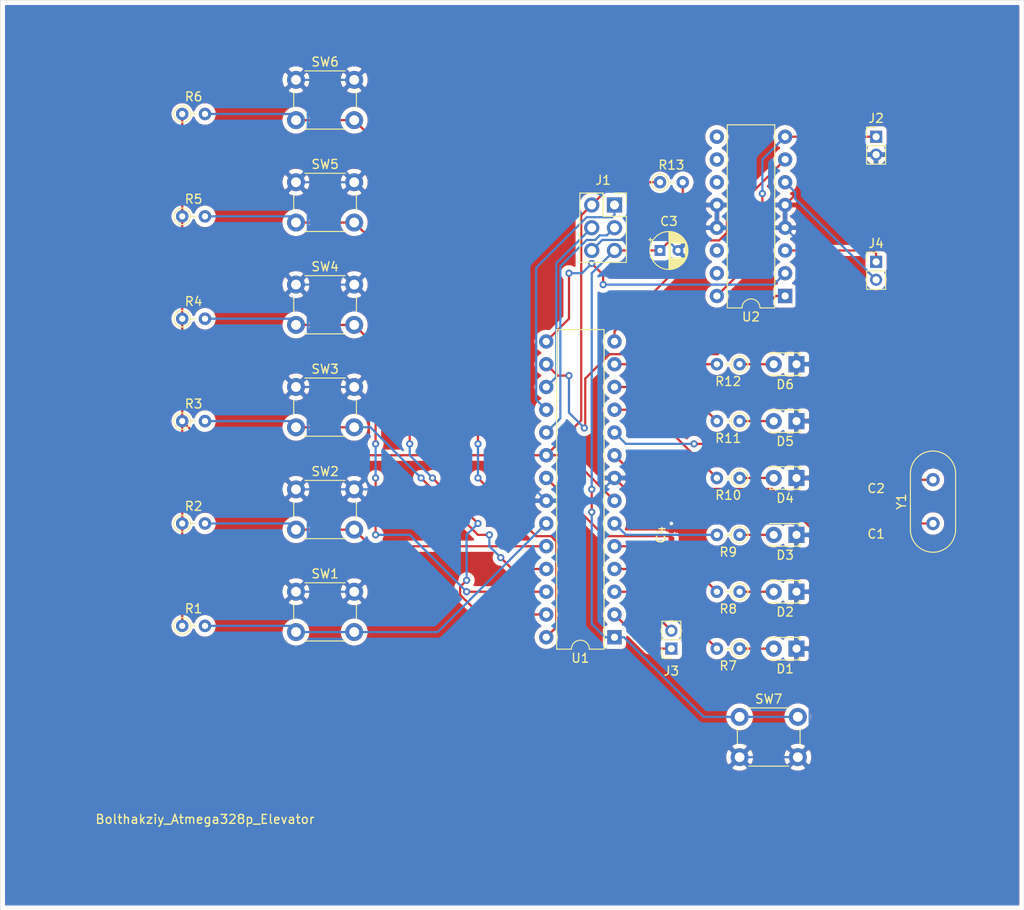
<source format=kicad_pcb>
(kicad_pcb (version 20171130) (host pcbnew 5.1.5+dfsg1-2build2)
  (layers (0 F.Cu signal) (31 B.Cu signal) (34 B.Paste user) (35 F.Paste user) (36 B.SilkS user) (37 F.SilkS user) (38 B.Mask user) (39 F.Mask user) (44 Edge.Cuts user))
  (net 0 "")
  (net 1 GND)
  (net 2 /XTAL1)
  (net 3 /XTAL2)
  (net 4 /\RESET)
  (net 5 "Net-(C4-Pad1)")
  (net 6 "Net-(D1-Pad2)")
  (net 7 "Net-(D2-Pad2)")
  (net 8 "Net-(D3-Pad2)")
  (net 9 "Net-(D4-Pad2)")
  (net 10 "Net-(D5-Pad2)")
  (net 11 "Net-(D6-Pad2)")
  (net 12 /MOSI)
  (net 13 /SCK)
  (net 14 +5V)
  (net 15 /MISO)
  (net 16 "Net-(J2-Pad1)")
  (net 17 /TX)
  (net 18 /RX)
  (net 19 /M_WIRE2)
  (net 20 /M_WIRE1)
  (net 21 Button1)
  (net 22 Button2)
  (net 23 Button3)
  (net 24 Button4)
  (net 25 Button5)
  (net 26 Button6)
  (net 27 "Net-(R7-Pad2)")
  (net 28 "Net-(R8-Pad2)")
  (net 29 "Net-(R9-Pad2)")
  (net 30 "Net-(R10-Pad2)")
  (net 31 "Net-(R11-Pad2)")
  (net 32 "Net-(R12-Pad2)")
  (net 33 /M_DIR2)
  (net 34 /M_SPEED)
  (net 35 /M_DIR1)
  (net 36 "Net-(U2-Pad15)")
  (net 37 "Net-(U2-Pad14)")
  (net 38 "Net-(U2-Pad11)")
  (net 39 "Net-(U2-Pad10)")
  (net 40 "Net-(U2-Pad9)")
  (module Connector_PinHeader_2.00mm:PinHeader_1x02_P2.00mm_Vertical (layer F.Cu) (at 186.69 80.01)
    (fp_text reference J4 (at 0 -2.06) (layer F.SilkS))
    (fp_text value "M_OUTPUT(Female)")
    (pad 2 thru_hole oval (at 0 2) (size 1.35 1.35) (drill 0.8) (layers *.Cu *.Mask) (net 19 /M_WIRE2))
    (pad 1 thru_hole rect (at 0 0) (size 1.35 1.35) (drill 0.8) (layers *.Cu *.Mask) (net 20 /M_WIRE1))
  )
  (module Connector_PinSocket_2.00mm:PinSocket_1x02_P2.00mm_Vertical (layer F.Cu) (at 163.83 123.19 180)
    (fp_text reference J3 (at 0 -2.5) (layer F.SilkS))
    (fp_text value "UART(Male)")
    (pad 2 thru_hole oval (at 0 2 180) (size 1.35 1.35) (drill 0.8) (layers *.Cu *.Mask) (net 17 /TX))
    (pad 1 thru_hole rect (at 0 0 180) (size 1.35 1.35) (drill 0.8) (layers *.Cu *.Mask) (net 18 /RX))
  )
  (module Connector_PinHeader_2.00mm:PinHeader_1x02_P2.00mm_Vertical (layer F.Cu) (at 186.69 66.04)
    (fp_text reference J2 (at 0 -2.06) (layer F.SilkS))
    (fp_text value "M_POWER(Female)")
    (pad 2 thru_hole oval (at 0 2) (size 1.35 1.35) (drill 0.8) (layers *.Cu *.Mask) (net 1 GND))
    (pad 1 thru_hole rect (at 0 0) (size 1.35 1.35) (drill 0.8) (layers *.Cu *.Mask) (net 16 "Net-(J2-Pad1)"))
  )
  (module Crystal:Crystal_HC49-U_Vertical (layer F.Cu) (at 193.04 109.22 90)
    (fp_text reference Y1 (at 2.44 -3.525 90) (layer F.SilkS))
    (fp_text value 16MHz)
    (pad 2 thru_hole circle (at 4.88 0 90) (size 1.5 1.5) (drill 0.8) (layers *.Cu *.Mask) (net 3 /XTAL2))
    (pad 1 thru_hole circle (at 0 0 90) (size 1.5 1.5) (drill 0.8) (layers *.Cu *.Mask) (net 2 /XTAL1))
  )
  (module Package_DIP:DIP-16_W7.62mm (layer F.Cu) (at 176.53 83.82 180)
    (fp_text reference U2 (at 3.81 -2.33) (layer F.SilkS))
    (fp_text value L293D)
    (pad 16 thru_hole oval (at 7.62 0 180) (size 1.6 1.6) (drill 0.8) (layers *.Cu *.Mask) (net 16 "Net-(J2-Pad1)"))
    (pad 8 thru_hole oval (at 0 17.78 180) (size 1.6 1.6) (drill 0.8) (layers *.Cu *.Mask) (net 16 "Net-(J2-Pad1)"))
    (pad 15 thru_hole oval (at 7.62 2.54 180) (size 1.6 1.6) (drill 0.8) (layers *.Cu *.Mask) (net 36 "Net-(U2-Pad15)"))
    (pad 7 thru_hole oval (at 0 15.24 180) (size 1.6 1.6) (drill 0.8) (layers *.Cu *.Mask) (net 33 /M_DIR2))
    (pad 14 thru_hole oval (at 7.62 5.08 180) (size 1.6 1.6) (drill 0.8) (layers *.Cu *.Mask) (net 37 "Net-(U2-Pad14)"))
    (pad 6 thru_hole oval (at 0 12.7 180) (size 1.6 1.6) (drill 0.8) (layers *.Cu *.Mask) (net 19 /M_WIRE2))
    (pad 13 thru_hole oval (at 7.62 7.62 180) (size 1.6 1.6) (drill 0.8) (layers *.Cu *.Mask) (net 1 GND))
    (pad 5 thru_hole oval (at 0 10.16 180) (size 1.6 1.6) (drill 0.8) (layers *.Cu *.Mask) (net 1 GND))
    (pad 12 thru_hole oval (at 7.62 10.16 180) (size 1.6 1.6) (drill 0.8) (layers *.Cu *.Mask) (net 1 GND))
    (pad 4 thru_hole oval (at 0 7.62 180) (size 1.6 1.6) (drill 0.8) (layers *.Cu *.Mask) (net 1 GND))
    (pad 11 thru_hole oval (at 7.62 12.7 180) (size 1.6 1.6) (drill 0.8) (layers *.Cu *.Mask) (net 38 "Net-(U2-Pad11)"))
    (pad 3 thru_hole oval (at 0 5.08 180) (size 1.6 1.6) (drill 0.8) (layers *.Cu *.Mask) (net 20 /M_WIRE1))
    (pad 10 thru_hole oval (at 7.62 15.24 180) (size 1.6 1.6) (drill 0.8) (layers *.Cu *.Mask) (net 39 "Net-(U2-Pad10)"))
    (pad 2 thru_hole oval (at 0 2.54 180) (size 1.6 1.6) (drill 0.8) (layers *.Cu *.Mask) (net 35 /M_DIR1))
    (pad 9 thru_hole oval (at 7.62 17.78 180) (size 1.6 1.6) (drill 0.8) (layers *.Cu *.Mask) (net 40 "Net-(U2-Pad9)"))
    (pad 1 thru_hole rect (at 0 0 180) (size 1.6 1.6) (drill 0.8) (layers *.Cu *.Mask) (net 34 /M_SPEED))
  )
  (module Package_DIP:DIP-28_W7.62mm (layer F.Cu) (at 157.48 121.92 180)
    (fp_text reference U1 (at 3.81 -2.33) (layer F.SilkS))
    (fp_text value ATmega328P-PU)
    (pad 28 thru_hole oval (at 7.62 0 180) (size 1.6 1.6) (drill 0.8) (layers *.Cu *.Mask) (net 26 Button6))
    (pad 14 thru_hole oval (at 0 33.02 180) (size 1.6 1.6) (drill 0.8) (layers *.Cu *.Mask) (net 33 /M_DIR2))
    (pad 27 thru_hole oval (at 7.62 2.54 180) (size 1.6 1.6) (drill 0.8) (layers *.Cu *.Mask) (net 25 Button5))
    (pad 13 thru_hole oval (at 0 30.48 180) (size 1.6 1.6) (drill 0.8) (layers *.Cu *.Mask) (net 32 "Net-(R12-Pad2)"))
    (pad 26 thru_hole oval (at 7.62 5.08 180) (size 1.6 1.6) (drill 0.8) (layers *.Cu *.Mask) (net 24 Button4))
    (pad 12 thru_hole oval (at 0 27.94 180) (size 1.6 1.6) (drill 0.8) (layers *.Cu *.Mask) (net 31 "Net-(R11-Pad2)"))
    (pad 25 thru_hole oval (at 7.62 7.62 180) (size 1.6 1.6) (drill 0.8) (layers *.Cu *.Mask) (net 23 Button3))
    (pad 11 thru_hole oval (at 0 25.4 180) (size 1.6 1.6) (drill 0.8) (layers *.Cu *.Mask) (net 30 "Net-(R10-Pad2)"))
    (pad 24 thru_hole oval (at 7.62 10.16 180) (size 1.6 1.6) (drill 0.8) (layers *.Cu *.Mask) (net 22 Button2))
    (pad 10 thru_hole oval (at 0 22.86 180) (size 1.6 1.6) (drill 0.8) (layers *.Cu *.Mask) (net 3 /XTAL2))
    (pad 23 thru_hole oval (at 7.62 12.7 180) (size 1.6 1.6) (drill 0.8) (layers *.Cu *.Mask) (net 21 Button1))
    (pad 9 thru_hole oval (at 0 20.32 180) (size 1.6 1.6) (drill 0.8) (layers *.Cu *.Mask) (net 2 /XTAL1))
    (pad 22 thru_hole oval (at 7.62 15.24 180) (size 1.6 1.6) (drill 0.8) (layers *.Cu *.Mask) (net 1 GND))
    (pad 8 thru_hole oval (at 0 17.78 180) (size 1.6 1.6) (drill 0.8) (layers *.Cu *.Mask) (net 1 GND))
    (pad 21 thru_hole oval (at 7.62 17.78 180) (size 1.6 1.6) (drill 0.8) (layers *.Cu *.Mask) (net 5 "Net-(C4-Pad1)"))
    (pad 7 thru_hole oval (at 0 15.24 180) (size 1.6 1.6) (drill 0.8) (layers *.Cu *.Mask) (net 14 +5V))
    (pad 20 thru_hole oval (at 7.62 20.32 180) (size 1.6 1.6) (drill 0.8) (layers *.Cu *.Mask) (net 14 +5V))
    (pad 6 thru_hole oval (at 0 12.7 180) (size 1.6 1.6) (drill 0.8) (layers *.Cu *.Mask) (net 29 "Net-(R9-Pad2)"))
    (pad 19 thru_hole oval (at 7.62 22.86 180) (size 1.6 1.6) (drill 0.8) (layers *.Cu *.Mask) (net 13 /SCK))
    (pad 5 thru_hole oval (at 0 10.16 180) (size 1.6 1.6) (drill 0.8) (layers *.Cu *.Mask) (net 28 "Net-(R8-Pad2)"))
    (pad 18 thru_hole oval (at 7.62 25.4 180) (size 1.6 1.6) (drill 0.8) (layers *.Cu *.Mask) (net 15 /MISO))
    (pad 4 thru_hole oval (at 0 7.62 180) (size 1.6 1.6) (drill 0.8) (layers *.Cu *.Mask) (net 27 "Net-(R7-Pad2)"))
    (pad 17 thru_hole oval (at 7.62 27.94 180) (size 1.6 1.6) (drill 0.8) (layers *.Cu *.Mask) (net 12 /MOSI))
    (pad 3 thru_hole oval (at 0 5.08 180) (size 1.6 1.6) (drill 0.8) (layers *.Cu *.Mask) (net 17 /TX))
    (pad 16 thru_hole oval (at 7.62 30.48 180) (size 1.6 1.6) (drill 0.8) (layers *.Cu *.Mask) (net 34 /M_SPEED))
    (pad 2 thru_hole oval (at 0 2.54 180) (size 1.6 1.6) (drill 0.8) (layers *.Cu *.Mask) (net 18 /RX))
    (pad 15 thru_hole oval (at 7.62 33.02 180) (size 1.6 1.6) (drill 0.8) (layers *.Cu *.Mask) (net 35 /M_DIR1))
    (pad 1 thru_hole rect (at 0 0 180) (size 1.6 1.6) (drill 0.8) (layers *.Cu *.Mask) (net 4 /\RESET))
  )
  (module Button_Switch_THT:SW_PUSH_6mm (layer F.Cu) (at 171.45 130.81)
    (fp_text reference SW7 (at 3.25 -2) (layer F.SilkS))
    (fp_text value BT_RESET)
    (pad 1 thru_hole circle (at 6.5 0 90) (size 2 2) (drill 1.1) (layers *.Cu *.Mask) (net 4 /\RESET))
    (pad 2 thru_hole circle (at 6.5 4.5 90) (size 2 2) (drill 1.1) (layers *.Cu *.Mask) (net 1 GND))
    (pad 1 thru_hole circle (at 0 0 90) (size 2 2) (drill 1.1) (layers *.Cu *.Mask) (net 4 /\RESET))
    (pad 2 thru_hole circle (at 0 4.5 90) (size 2 2) (drill 1.1) (layers *.Cu *.Mask) (net 1 GND))
  )
  (module Button_Switch_THT:SW_PUSH_6mm (layer F.Cu) (at 121.92 59.69)
    (fp_text reference SW6 (at 3.25 -2) (layer F.SilkS))
    (fp_text value BT6)
    (pad 1 thru_hole circle (at 6.5 0 90) (size 2 2) (drill 1.1) (layers *.Cu *.Mask) (net 1 GND))
    (pad 2 thru_hole circle (at 6.5 4.5 90) (size 2 2) (drill 1.1) (layers *.Cu *.Mask) (net 26 Button6))
    (pad 1 thru_hole circle (at 0 0 90) (size 2 2) (drill 1.1) (layers *.Cu *.Mask) (net 1 GND))
    (pad 2 thru_hole circle (at 0 4.5 90) (size 2 2) (drill 1.1) (layers *.Cu *.Mask) (net 26 Button6))
  )
  (module Button_Switch_THT:SW_PUSH_6mm (layer F.Cu) (at 121.92 71.12)
    (fp_text reference SW5 (at 3.25 -2) (layer F.SilkS))
    (fp_text value BT5)
    (pad 1 thru_hole circle (at 6.5 0 90) (size 2 2) (drill 1.1) (layers *.Cu *.Mask) (net 1 GND))
    (pad 2 thru_hole circle (at 6.5 4.5 90) (size 2 2) (drill 1.1) (layers *.Cu *.Mask) (net 25 Button5))
    (pad 1 thru_hole circle (at 0 0 90) (size 2 2) (drill 1.1) (layers *.Cu *.Mask) (net 1 GND))
    (pad 2 thru_hole circle (at 0 4.5 90) (size 2 2) (drill 1.1) (layers *.Cu *.Mask) (net 25 Button5))
  )
  (module Button_Switch_THT:SW_PUSH_6mm (layer F.Cu) (at 121.92 82.55)
    (fp_text reference SW4 (at 3.25 -2) (layer F.SilkS))
    (fp_text value BT4)
    (pad 1 thru_hole circle (at 6.5 0 90) (size 2 2) (drill 1.1) (layers *.Cu *.Mask) (net 1 GND))
    (pad 2 thru_hole circle (at 6.5 4.5 90) (size 2 2) (drill 1.1) (layers *.Cu *.Mask) (net 24 Button4))
    (pad 1 thru_hole circle (at 0 0 90) (size 2 2) (drill 1.1) (layers *.Cu *.Mask) (net 1 GND))
    (pad 2 thru_hole circle (at 0 4.5 90) (size 2 2) (drill 1.1) (layers *.Cu *.Mask) (net 24 Button4))
  )
  (module Button_Switch_THT:SW_PUSH_6mm (layer F.Cu) (at 121.92 93.98)
    (fp_text reference SW3 (at 3.25 -2) (layer F.SilkS))
    (fp_text value BT3)
    (pad 1 thru_hole circle (at 6.5 0 90) (size 2 2) (drill 1.1) (layers *.Cu *.Mask) (net 1 GND))
    (pad 2 thru_hole circle (at 6.5 4.5 90) (size 2 2) (drill 1.1) (layers *.Cu *.Mask) (net 23 Button3))
    (pad 1 thru_hole circle (at 0 0 90) (size 2 2) (drill 1.1) (layers *.Cu *.Mask) (net 1 GND))
    (pad 2 thru_hole circle (at 0 4.5 90) (size 2 2) (drill 1.1) (layers *.Cu *.Mask) (net 23 Button3))
  )
  (module Button_Switch_THT:SW_PUSH_6mm (layer F.Cu) (at 121.92 105.41)
    (fp_text reference SW2 (at 3.25 -2) (layer F.SilkS))
    (fp_text value BT2)
    (pad 1 thru_hole circle (at 6.5 0 90) (size 2 2) (drill 1.1) (layers *.Cu *.Mask) (net 1 GND))
    (pad 2 thru_hole circle (at 6.5 4.5 90) (size 2 2) (drill 1.1) (layers *.Cu *.Mask) (net 22 Button2))
    (pad 1 thru_hole circle (at 0 0 90) (size 2 2) (drill 1.1) (layers *.Cu *.Mask) (net 1 GND))
    (pad 2 thru_hole circle (at 0 4.5 90) (size 2 2) (drill 1.1) (layers *.Cu *.Mask) (net 22 Button2))
  )
  (module Button_Switch_THT:SW_PUSH_6mm (layer F.Cu) (at 121.92 116.84)
    (fp_text reference SW1 (at 3.25 -2) (layer F.SilkS))
    (fp_text value BT1)
    (pad 1 thru_hole circle (at 6.5 0 90) (size 2 2) (drill 1.1) (layers *.Cu *.Mask) (net 1 GND))
    (pad 2 thru_hole circle (at 6.5 4.5 90) (size 2 2) (drill 1.1) (layers *.Cu *.Mask) (net 21 Button1))
    (pad 1 thru_hole circle (at 0 0 90) (size 2 2) (drill 1.1) (layers *.Cu *.Mask) (net 1 GND))
    (pad 2 thru_hole circle (at 0 4.5 90) (size 2 2) (drill 1.1) (layers *.Cu *.Mask) (net 21 Button1))
  )
  (module Resistor_THT:R_Axial_DIN0204_L3.6mm_D1.6mm_P2.54mm_Vertical (layer F.Cu) (at 162.56 71.12)
    (fp_text reference R13 (at 1.27 -1.92) (layer F.SilkS))
    (fp_text value 10k)
    (pad 2 thru_hole oval (at 2.54 0) (size 1.4 1.4) (drill 0.7) (layers *.Cu *.Mask) (net 4 /\RESET))
    (pad 1 thru_hole circle (at 0 0) (size 1.4 1.4) (drill 0.7) (layers *.Cu *.Mask) (net 14 +5V))
  )
  (module Resistor_THT:R_Axial_DIN0204_L3.6mm_D1.6mm_P2.54mm_Vertical (layer F.Cu) (at 171.45 91.44 180)
    (fp_text reference R12 (at 1.27 -1.92) (layer F.SilkS))
    (fp_text value 330)
    (pad 2 thru_hole oval (at 2.54 0 180) (size 1.4 1.4) (drill 0.7) (layers *.Cu *.Mask) (net 32 "Net-(R12-Pad2)"))
    (pad 1 thru_hole circle (at 0 0 180) (size 1.4 1.4) (drill 0.7) (layers *.Cu *.Mask) (net 11 "Net-(D6-Pad2)"))
  )
  (module Resistor_THT:R_Axial_DIN0204_L3.6mm_D1.6mm_P2.54mm_Vertical (layer F.Cu) (at 171.45 97.79 180)
    (fp_text reference R11 (at 1.27 -1.92) (layer F.SilkS))
    (fp_text value 330)
    (pad 2 thru_hole oval (at 2.54 0 180) (size 1.4 1.4) (drill 0.7) (layers *.Cu *.Mask) (net 31 "Net-(R11-Pad2)"))
    (pad 1 thru_hole circle (at 0 0 180) (size 1.4 1.4) (drill 0.7) (layers *.Cu *.Mask) (net 10 "Net-(D5-Pad2)"))
  )
  (module Resistor_THT:R_Axial_DIN0204_L3.6mm_D1.6mm_P2.54mm_Vertical (layer F.Cu) (at 171.45 104.14 180)
    (fp_text reference R10 (at 1.27 -1.92) (layer F.SilkS))
    (fp_text value 330)
    (pad 2 thru_hole oval (at 2.54 0 180) (size 1.4 1.4) (drill 0.7) (layers *.Cu *.Mask) (net 30 "Net-(R10-Pad2)"))
    (pad 1 thru_hole circle (at 0 0 180) (size 1.4 1.4) (drill 0.7) (layers *.Cu *.Mask) (net 9 "Net-(D4-Pad2)"))
  )
  (module Resistor_THT:R_Axial_DIN0204_L3.6mm_D1.6mm_P2.54mm_Vertical (layer F.Cu) (at 171.45 110.49 180)
    (fp_text reference R9 (at 1.27 -1.92) (layer F.SilkS))
    (fp_text value 330)
    (pad 2 thru_hole oval (at 2.54 0 180) (size 1.4 1.4) (drill 0.7) (layers *.Cu *.Mask) (net 29 "Net-(R9-Pad2)"))
    (pad 1 thru_hole circle (at 0 0 180) (size 1.4 1.4) (drill 0.7) (layers *.Cu *.Mask) (net 8 "Net-(D3-Pad2)"))
  )
  (module Resistor_THT:R_Axial_DIN0204_L3.6mm_D1.6mm_P2.54mm_Vertical (layer F.Cu) (at 171.45 116.84 180)
    (fp_text reference R8 (at 1.27 -1.92) (layer F.SilkS))
    (fp_text value 330)
    (pad 2 thru_hole oval (at 2.54 0 180) (size 1.4 1.4) (drill 0.7) (layers *.Cu *.Mask) (net 28 "Net-(R8-Pad2)"))
    (pad 1 thru_hole circle (at 0 0 180) (size 1.4 1.4) (drill 0.7) (layers *.Cu *.Mask) (net 7 "Net-(D2-Pad2)"))
  )
  (module Resistor_THT:R_Axial_DIN0204_L3.6mm_D1.6mm_P2.54mm_Vertical (layer F.Cu) (at 171.45 123.19 180)
    (fp_text reference R7 (at 1.27 -1.92) (layer F.SilkS))
    (fp_text value 330)
    (pad 2 thru_hole oval (at 2.54 0 180) (size 1.4 1.4) (drill 0.7) (layers *.Cu *.Mask) (net 27 "Net-(R7-Pad2)"))
    (pad 1 thru_hole circle (at 0 0 180) (size 1.4 1.4) (drill 0.7) (layers *.Cu *.Mask) (net 6 "Net-(D1-Pad2)"))
  )
  (module Resistor_THT:R_Axial_DIN0204_L3.6mm_D1.6mm_P2.54mm_Vertical (layer F.Cu) (at 109.22 63.5)
    (fp_text reference R6 (at 1.27 -1.92) (layer F.SilkS))
    (fp_text value 10k)
    (pad 2 thru_hole oval (at 2.54 0) (size 1.4 1.4) (drill 0.7) (layers *.Cu *.Mask) (net 26 Button6))
    (pad 1 thru_hole circle (at 0 0) (size 1.4 1.4) (drill 0.7) (layers *.Cu *.Mask) (net 14 +5V))
  )
  (module Resistor_THT:R_Axial_DIN0204_L3.6mm_D1.6mm_P2.54mm_Vertical (layer F.Cu) (at 109.22 74.93)
    (fp_text reference R5 (at 1.27 -1.92) (layer F.SilkS))
    (fp_text value 10k)
    (pad 2 thru_hole oval (at 2.54 0) (size 1.4 1.4) (drill 0.7) (layers *.Cu *.Mask) (net 25 Button5))
    (pad 1 thru_hole circle (at 0 0) (size 1.4 1.4) (drill 0.7) (layers *.Cu *.Mask) (net 14 +5V))
  )
  (module Resistor_THT:R_Axial_DIN0204_L3.6mm_D1.6mm_P2.54mm_Vertical (layer F.Cu) (at 109.22 86.36)
    (fp_text reference R4 (at 1.27 -1.92) (layer F.SilkS))
    (fp_text value 10k)
    (pad 2 thru_hole oval (at 2.54 0) (size 1.4 1.4) (drill 0.7) (layers *.Cu *.Mask) (net 24 Button4))
    (pad 1 thru_hole circle (at 0 0) (size 1.4 1.4) (drill 0.7) (layers *.Cu *.Mask) (net 14 +5V))
  )
  (module Resistor_THT:R_Axial_DIN0204_L3.6mm_D1.6mm_P2.54mm_Vertical (layer F.Cu) (at 109.22 97.79)
    (fp_text reference R3 (at 1.27 -1.92) (layer F.SilkS))
    (fp_text value 10k)
    (pad 2 thru_hole oval (at 2.54 0) (size 1.4 1.4) (drill 0.7) (layers *.Cu *.Mask) (net 23 Button3))
    (pad 1 thru_hole circle (at 0 0) (size 1.4 1.4) (drill 0.7) (layers *.Cu *.Mask) (net 14 +5V))
  )
  (module Resistor_THT:R_Axial_DIN0204_L3.6mm_D1.6mm_P2.54mm_Vertical (layer F.Cu) (at 109.22 109.22)
    (fp_text reference R2 (at 1.27 -1.92) (layer F.SilkS))
    (fp_text value 10k)
    (pad 2 thru_hole oval (at 2.54 0) (size 1.4 1.4) (drill 0.7) (layers *.Cu *.Mask) (net 22 Button2))
    (pad 1 thru_hole circle (at 0 0) (size 1.4 1.4) (drill 0.7) (layers *.Cu *.Mask) (net 14 +5V))
  )
  (module Resistor_THT:R_Axial_DIN0204_L3.6mm_D1.6mm_P2.54mm_Vertical (layer F.Cu) (at 109.22 120.65)
    (fp_text reference R1 (at 1.27 -1.92) (layer F.SilkS))
    (fp_text value 10k)
    (pad 2 thru_hole oval (at 2.54 0) (size 1.4 1.4) (drill 0.7) (layers *.Cu *.Mask) (net 21 Button1))
    (pad 1 thru_hole circle (at 0 0) (size 1.4 1.4) (drill 0.7) (layers *.Cu *.Mask) (net 14 +5V))
  )
  (module Connector_PinSocket_2.54mm:PinSocket_2x03_P2.54mm_Vertical (layer F.Cu) (at 157.48 73.66)
    (fp_text reference J1 (at -1.27 -2.77) (layer F.SilkS))
    (fp_text value AVR-ISP-6)
    (pad 6 thru_hole oval (at -2.54 5.08) (size 1.7 1.7) (drill 1) (layers *.Cu *.Mask) (net 1 GND))
    (pad 5 thru_hole oval (at 0 5.08) (size 1.7 1.7) (drill 1) (layers *.Cu *.Mask) (net 4 /\RESET))
    (pad 4 thru_hole oval (at -2.54 2.54) (size 1.7 1.7) (drill 1) (layers *.Cu *.Mask) (net 12 /MOSI))
    (pad 3 thru_hole oval (at 0 2.54) (size 1.7 1.7) (drill 1) (layers *.Cu *.Mask) (net 13 /SCK))
    (pad 2 thru_hole oval (at -2.54 0) (size 1.7 1.7) (drill 1) (layers *.Cu *.Mask) (net 14 +5V))
    (pad 1 thru_hole rect (at 0 0) (size 1.7 1.7) (drill 1) (layers *.Cu *.Mask) (net 15 /MISO))
  )
  (module LED_THT:LED_D1.8mm_W3.3mm_H2.4mm (layer F.Cu) (at 177.8 91.44 180)
    (fp_text reference D6 (at 1.27 -2.26) (layer F.SilkS))
    (fp_text value LED6)
    (pad 2 thru_hole circle (at 2.54 0 180) (size 1.8 1.8) (drill 0.9) (layers *.Cu *.Mask) (net 11 "Net-(D6-Pad2)"))
    (pad 1 thru_hole rect (at 0 0 180) (size 1.8 1.8) (drill 0.9) (layers *.Cu *.Mask) (net 1 GND))
  )
  (module LED_THT:LED_D1.8mm_W3.3mm_H2.4mm (layer F.Cu) (at 177.8 97.79 180)
    (fp_text reference D5 (at 1.27 -2.26) (layer F.SilkS))
    (fp_text value LED5)
    (pad 2 thru_hole circle (at 2.54 0 180) (size 1.8 1.8) (drill 0.9) (layers *.Cu *.Mask) (net 10 "Net-(D5-Pad2)"))
    (pad 1 thru_hole rect (at 0 0 180) (size 1.8 1.8) (drill 0.9) (layers *.Cu *.Mask) (net 1 GND))
  )
  (module LED_THT:LED_D1.8mm_W3.3mm_H2.4mm (layer F.Cu) (at 177.8 104.14 180)
    (fp_text reference D4 (at 1.27 -2.26) (layer F.SilkS))
    (fp_text value LED4)
    (pad 2 thru_hole circle (at 2.54 0 180) (size 1.8 1.8) (drill 0.9) (layers *.Cu *.Mask) (net 9 "Net-(D4-Pad2)"))
    (pad 1 thru_hole rect (at 0 0 180) (size 1.8 1.8) (drill 0.9) (layers *.Cu *.Mask) (net 1 GND))
  )
  (module LED_THT:LED_D1.8mm_W3.3mm_H2.4mm (layer F.Cu) (at 177.8 110.49 180)
    (fp_text reference D3 (at 1.27 -2.26) (layer F.SilkS))
    (fp_text value LED3)
    (pad 2 thru_hole circle (at 2.54 0 180) (size 1.8 1.8) (drill 0.9) (layers *.Cu *.Mask) (net 8 "Net-(D3-Pad2)"))
    (pad 1 thru_hole rect (at 0 0 180) (size 1.8 1.8) (drill 0.9) (layers *.Cu *.Mask) (net 1 GND))
  )
  (module LED_THT:LED_D1.8mm_W3.3mm_H2.4mm (layer F.Cu) (at 177.8 116.84 180)
    (fp_text reference D2 (at 1.27 -2.26) (layer F.SilkS))
    (fp_text value LED2)
    (pad 2 thru_hole circle (at 2.54 0 180) (size 1.8 1.8) (drill 0.9) (layers *.Cu *.Mask) (net 7 "Net-(D2-Pad2)"))
    (pad 1 thru_hole rect (at 0 0 180) (size 1.8 1.8) (drill 0.9) (layers *.Cu *.Mask) (net 1 GND))
  )
  (module LED_THT:LED_D1.8mm_W3.3mm_H2.4mm (layer F.Cu) (at 177.8 123.19 180)
    (fp_text reference D1 (at 1.27 -2.26) (layer F.SilkS))
    (fp_text value LED1)
    (pad 2 thru_hole circle (at 2.54 0 180) (size 1.8 1.8) (drill 0.9) (layers *.Cu *.Mask) (net 6 "Net-(D1-Pad2)"))
    (pad 1 thru_hole rect (at 0 0 180) (size 1.8 1.8) (drill 0.9) (layers *.Cu *.Mask) (net 1 GND))
  )
  (module Capacitor_SMD:C_0402_1005Metric (layer F.Cu) (at 163.83 110.49 90)
    (fp_text reference C4 (at 0 -1.17 90) (layer F.SilkS))
    (fp_text value 0.1uF)
    (pad 2 smd roundrect (at 0.485 0 90) (size 0.59 0.64) (layers F.Cu F.Paste F.Mask) (net 1 GND))
    (pad 1 smd roundrect (at -0.485 0 90) (size 0.59 0.64) (layers F.Cu F.Paste F.Mask) (net 5 "Net-(C4-Pad1)"))
  )
  (module Capacitor_THT:CP_Radial_D4.0mm_P2.00mm (layer F.Cu) (at 162.56 78.74)
    (fp_text reference C3 (at 1 -3.25) (layer F.SilkS))
    (fp_text value 10uF)
    (pad 2 thru_hole circle (at 2 0) (size 1.2 1.2) (drill 0.6) (layers *.Cu *.Mask) (net 1 GND))
    (pad 1 thru_hole rect (at 0 0) (size 1.2 1.2) (drill 0.6) (layers *.Cu *.Mask) (net 4 /\RESET))
  )
  (module Capacitor_SMD:C_0402_1005Metric (layer F.Cu) (at 186.69 104.14 180)
    (fp_text reference C2 (at 0 -1.17) (layer F.SilkS))
    (fp_text value 22pF)
    (pad 2 smd roundrect (at 0.485 0 180) (size 0.59 0.64) (layers F.Cu F.Paste F.Mask) (net 1 GND))
    (pad 1 smd roundrect (at -0.485 0 180) (size 0.59 0.64) (layers F.Cu F.Paste F.Mask) (net 3 /XTAL2))
  )
  (module Capacitor_SMD:C_0402_1005Metric (layer F.Cu) (at 186.69 109.22 180)
    (fp_text reference C1 (at 0 -1.17) (layer F.SilkS))
    (fp_text value 22pF)
    (pad 2 smd roundrect (at 0.485 0 180) (size 0.59 0.64) (layers F.Cu F.Paste F.Mask) (net 1 GND))
    (pad 1 smd roundrect (at -0.485 0 180) (size 0.59 0.64) (layers F.Cu F.Paste F.Mask) (net 2 /XTAL1))
  )
  (gr_text Bolthakziy_Atmega328p_Elevator (at 111.76 142.24) (layer F.SilkS) (effects (font (size 1 1))))
  (gr_line (start 203.2 50.8) (end 88.9 50.8) (layer Edge.Cuts) (width 0.05))
  (gr_line (start 203.2 152.4) (end 203.2 50.8) (layer Edge.Cuts) (width 0.05))
  (gr_line (start 190.5 152.4) (end 203.2 152.4) (layer Edge.Cuts) (width 0.05))
  (gr_line (start 88.9 152.4) (end 190.5 152.4) (layer Edge.Cuts) (width 0.05))
  (gr_line (start 88.9 50.8) (end 88.9 152.4) (layer Edge.Cuts) (width 0.05))
  (segment (start 176.53 73.66) (end 176.53 76.2) (width 0.25) (layer B.Cu) (net 1))
  (segment (start 176.53 73.66) (end 168.91 73.66) (width 0.25) (layer B.Cu) (net 1))
  (segment (start 168.91 73.66) (end 168.91 76.2) (width 0.25) (layer B.Cu) (net 1))
  (segment (start 167.1 76.2) (end 164.56 78.74) (width 0.25) (layer B.Cu) (net 1))
  (segment (start 168.91 76.2) (end 167.1 76.2) (width 0.25) (layer B.Cu) (net 1))
  (segment (start 155.789999 77.890001) (end 154.94 78.74) (width 0.25) (layer B.Cu) (net 1))
  (segment (start 156.115001 77.564999) (end 155.789999 77.890001) (width 0.25) (layer B.Cu) (net 1))
  (segment (start 163.384999 77.564999) (end 156.115001 77.564999) (width 0.25) (layer B.Cu) (net 1))
  (segment (start 164.56 78.74) (end 163.384999 77.564999) (width 0.25) (layer B.Cu) (net 1))
  (segment (start 121.92 82.55) (end 128.42 82.55) (width 0.25) (layer B.Cu) (net 1))
  (segment (start 121.92 93.98) (end 128.42 93.98) (width 0.25) (layer B.Cu) (net 1))
  (segment (start 121.92 105.41) (end 128.42 105.41) (width 0.25) (layer B.Cu) (net 1))
  (segment (start 121.92 116.84) (end 128.42 116.84) (width 0.25) (layer B.Cu) (net 1))
  (segment (start 121.92 71.12) (end 128.42 71.12) (width 0.25) (layer B.Cu) (net 1))
  (segment (start 121.92 59.69) (end 128.42 59.69) (width 0.25) (layer B.Cu) (net 1))
  (segment (start 122.919999 70.120001) (end 121.92 71.12) (width 0.25) (layer B.Cu) (net 1))
  (segment (start 123.245001 69.794999) (end 122.919999 70.120001) (width 0.25) (layer B.Cu) (net 1))
  (segment (start 123.245001 61.015001) (end 123.245001 69.794999) (width 0.25) (layer B.Cu) (net 1))
  (segment (start 121.92 59.69) (end 123.245001 61.015001) (width 0.25) (layer B.Cu) (net 1))
  (segment (start 122.919999 81.550001) (end 121.92 82.55) (width 0.25) (layer B.Cu) (net 1))
  (segment (start 123.245001 81.224999) (end 122.919999 81.550001) (width 0.25) (layer B.Cu) (net 1))
  (segment (start 123.245001 72.445001) (end 123.245001 81.224999) (width 0.25) (layer B.Cu) (net 1))
  (segment (start 121.92 71.12) (end 123.245001 72.445001) (width 0.25) (layer B.Cu) (net 1))
  (segment (start 122.919999 92.980001) (end 121.92 93.98) (width 0.25) (layer B.Cu) (net 1))
  (segment (start 123.245001 92.654999) (end 122.919999 92.980001) (width 0.25) (layer B.Cu) (net 1))
  (segment (start 123.245001 83.875001) (end 123.245001 92.654999) (width 0.25) (layer B.Cu) (net 1))
  (segment (start 121.92 82.55) (end 123.245001 83.875001) (width 0.25) (layer B.Cu) (net 1))
  (segment (start 122.919999 104.410001) (end 121.92 105.41) (width 0.25) (layer B.Cu) (net 1))
  (segment (start 123.245001 104.084999) (end 122.919999 104.410001) (width 0.25) (layer B.Cu) (net 1))
  (segment (start 123.245001 95.305001) (end 123.245001 104.084999) (width 0.25) (layer B.Cu) (net 1))
  (segment (start 121.92 93.98) (end 123.245001 95.305001) (width 0.25) (layer B.Cu) (net 1))
  (segment (start 122.919999 115.840001) (end 121.92 116.84) (width 0.25) (layer B.Cu) (net 1))
  (segment (start 123.245001 115.514999) (end 122.919999 115.840001) (width 0.25) (layer B.Cu) (net 1))
  (segment (start 123.245001 106.735001) (end 123.245001 115.514999) (width 0.25) (layer B.Cu) (net 1))
  (segment (start 121.92 105.41) (end 123.245001 106.735001) (width 0.25) (layer B.Cu) (net 1))
  (segment (start 148.59 105.41) (end 149.86 106.68) (width 0.25) (layer B.Cu) (net 1))
  (segment (start 128.42 105.41) (end 148.59 105.41) (width 0.25) (layer B.Cu) (net 1))
  (segment (start 154.94 106.68) (end 157.48 104.14) (width 0.25) (layer B.Cu) (net 1))
  (segment (start 149.86 106.68) (end 154.94 106.68) (width 0.25) (layer B.Cu) (net 1))
  (segment (start 177.8 77.47) (end 176.53 76.2) (width 0.25) (layer B.Cu) (net 1))
  (segment (start 177.8 91.44) (end 177.8 77.47) (width 0.25) (layer B.Cu) (net 1))
  (segment (start 177.8 91.44) (end 177.8 97.79) (width 0.25) (layer B.Cu) (net 1))
  (segment (start 177.8 97.79) (end 177.8 104.14) (width 0.25) (layer B.Cu) (net 1))
  (segment (start 177.8 104.14) (end 177.8 110.49) (width 0.25) (layer B.Cu) (net 1))
  (segment (start 177.8 110.49) (end 177.8 116.84) (width 0.25) (layer B.Cu) (net 1))
  (segment (start 177.8 116.84) (end 177.8 123.19) (width 0.25) (layer B.Cu) (net 1))
  (segment (start 178.949999 134.310001) (end 177.95 135.31) (width 0.25) (layer B.Cu) (net 1))
  (segment (start 179.275001 133.984999) (end 178.949999 134.310001) (width 0.25) (layer B.Cu) (net 1))
  (segment (start 179.275001 123.515001) (end 179.275001 133.984999) (width 0.25) (layer B.Cu) (net 1))
  (segment (start 178.95 123.19) (end 179.275001 123.515001) (width 0.25) (layer B.Cu) (net 1))
  (segment (start 177.8 123.19) (end 178.95 123.19) (width 0.25) (layer B.Cu) (net 1))
  (segment (start 176.535787 135.31) (end 171.45 135.31) (width 0.25) (layer B.Cu) (net 1))
  (segment (start 177.95 135.31) (end 176.535787 135.31) (width 0.25) (layer B.Cu) (net 1))
  (segment (start 163.345 110.005) (end 163.83 110.005) (width 0.25) (layer F.Cu) (net 1))
  (segment (start 157.48 104.14) (end 163.345 110.005) (width 0.25) (layer F.Cu) (net 1))
  (segment (start 177.8 109.34) (end 177.68 109.22) (width 0.25) (layer B.Cu) (net 1))
  (segment (start 177.8 110.49) (end 177.8 109.34) (width 0.25) (layer B.Cu) (net 1))
  (via (at 163.83 109.22) (size 0.8) (drill 0.4) (layers F.Cu B.Cu) (net 1))
  (segment (start 177.68 109.22) (end 163.83 109.22) (width 0.25) (layer B.Cu) (net 1))
  (segment (start 163.83 109.22) (end 163.83 110.005) (width 0.25) (layer F.Cu) (net 1))
  (segment (start 186.205 104.14) (end 186.205 109.22) (width 0.25) (layer F.Cu) (net 1))
  (segment (start 186.205 104.14) (end 177.8 104.14) (width 0.25) (layer F.Cu) (net 1))
  (segment (start 182.15 68.04) (end 176.53 73.66) (width 0.25) (layer F.Cu) (net 1))
  (segment (start 186.69 68.04) (end 182.15 68.04) (width 0.25) (layer F.Cu) (net 1))
  (segment (start 193.04 109.22) (end 187.175 109.22) (width 0.25) (layer F.Cu) (net 2))
  (segment (start 158.279999 102.399999) (end 157.48 101.6) (width 0.25) (layer F.Cu) (net 2))
  (segment (start 161.245001 105.365001) (end 158.279999 102.399999) (width 0.25) (layer F.Cu) (net 2))
  (segment (start 175.060003 105.365001) (end 161.245001 105.365001) (width 0.25) (layer F.Cu) (net 2))
  (segment (start 179.560012 109.86501) (end 175.060003 105.365001) (width 0.25) (layer F.Cu) (net 2))
  (segment (start 186.84999 109.86501) (end 179.560012 109.86501) (width 0.25) (layer F.Cu) (net 2))
  (segment (start 187.175 109.54) (end 186.84999 109.86501) (width 0.25) (layer F.Cu) (net 2))
  (segment (start 187.175 109.22) (end 187.175 109.54) (width 0.25) (layer F.Cu) (net 2))
  (via (at 166.37 100.33) (size 0.8) (drill 0.4) (layers F.Cu B.Cu) (net 3))
  (segment (start 183.685 100.33) (end 166.37 100.33) (width 0.25) (layer F.Cu) (net 3))
  (segment (start 158.75 100.33) (end 157.48 99.06) (width 0.25) (layer B.Cu) (net 3))
  (segment (start 166.37 100.33) (end 158.75 100.33) (width 0.25) (layer B.Cu) (net 3))
  (segment (start 187.375 104.34) (end 187.175 104.14) (width 0.25) (layer F.Cu) (net 3))
  (segment (start 193.04 104.34) (end 187.375 104.34) (width 0.25) (layer F.Cu) (net 3))
  (segment (start 187.175 103.82) (end 183.685 100.33) (width 0.25) (layer F.Cu) (net 3))
  (segment (start 187.175 104.14) (end 187.175 103.82) (width 0.25) (layer F.Cu) (net 3))
  (segment (start 165.1 76.2) (end 162.56 78.74) (width 0.25) (layer F.Cu) (net 4))
  (segment (start 165.1 71.12) (end 165.1 76.2) (width 0.25) (layer F.Cu) (net 4))
  (segment (start 162.56 78.74) (end 157.48 78.74) (width 0.25) (layer F.Cu) (net 4))
  (segment (start 170.035787 130.81) (end 171.45 130.81) (width 0.25) (layer B.Cu) (net 4))
  (segment (start 167.42 130.81) (end 170.035787 130.81) (width 0.25) (layer B.Cu) (net 4))
  (segment (start 158.53 121.92) (end 167.42 130.81) (width 0.25) (layer B.Cu) (net 4))
  (segment (start 157.48 121.92) (end 158.53 121.92) (width 0.25) (layer B.Cu) (net 4))
  (segment (start 171.45 130.81) (end 177.95 130.81) (width 0.25) (layer B.Cu) (net 4))
  (via (at 154.94 107.95) (size 0.8) (drill 0.4) (layers F.Cu B.Cu) (net 4))
  (segment (start 154.94 120.43) (end 154.94 107.95) (width 0.25) (layer B.Cu) (net 4))
  (segment (start 156.43 121.92) (end 154.94 120.43) (width 0.25) (layer B.Cu) (net 4))
  (segment (start 157.48 121.92) (end 156.43 121.92) (width 0.25) (layer B.Cu) (net 4))
  (via (at 154.94 105.41) (size 0.8) (drill 0.4) (layers F.Cu B.Cu) (net 4))
  (segment (start 154.94 107.95) (end 154.94 105.41) (width 0.25) (layer F.Cu) (net 4))
  (segment (start 154.94 81.28) (end 157.48 78.74) (width 0.25) (layer B.Cu) (net 4))
  (segment (start 154.94 105.41) (end 154.94 81.28) (width 0.25) (layer B.Cu) (net 4))
  (segment (start 163.83 110.68) (end 163.83 110.975) (width 0.25) (layer F.Cu) (net 5))
  (segment (start 163.784999 110.634999) (end 163.83 110.68) (width 0.25) (layer F.Cu) (net 5))
  (segment (start 156.354999 110.634999) (end 163.784999 110.634999) (width 0.25) (layer F.Cu) (net 5))
  (segment (start 149.86 104.14) (end 156.354999 110.634999) (width 0.25) (layer F.Cu) (net 5))
  (segment (start 171.45 123.19) (end 175.26 123.19) (width 0.25) (layer F.Cu) (net 6))
  (segment (start 171.45 116.84) (end 175.26 116.84) (width 0.25) (layer F.Cu) (net 7))
  (segment (start 171.45 110.49) (end 175.26 110.49) (width 0.25) (layer F.Cu) (net 8))
  (segment (start 171.45 104.14) (end 175.26 104.14) (width 0.25) (layer F.Cu) (net 9))
  (segment (start 171.45 97.79) (end 175.26 97.79) (width 0.25) (layer F.Cu) (net 10))
  (segment (start 171.45 91.44) (end 175.26 91.44) (width 0.25) (layer F.Cu) (net 11))
  (segment (start 150.659999 93.180001) (end 149.86 93.98) (width 0.25) (layer B.Cu) (net 12))
  (segment (start 150.985001 92.854999) (end 150.659999 93.180001) (width 0.25) (layer B.Cu) (net 12))
  (segment (start 150.985001 80.154999) (end 150.985001 92.854999) (width 0.25) (layer B.Cu) (net 12))
  (segment (start 154.94 76.2) (end 150.985001 80.154999) (width 0.25) (layer B.Cu) (net 12))
  (segment (start 150.659999 98.260001) (end 149.86 99.06) (width 0.25) (layer B.Cu) (net 13))
  (segment (start 151.435011 80.505987) (end 151.435011 97.484989) (width 0.25) (layer B.Cu) (net 13))
  (segment (start 154.375999 77.564999) (end 151.435011 80.505987) (width 0.25) (layer B.Cu) (net 13))
  (segment (start 155.314003 77.564999) (end 154.375999 77.564999) (width 0.25) (layer B.Cu) (net 13))
  (segment (start 155.829003 77.049999) (end 155.314003 77.564999) (width 0.25) (layer B.Cu) (net 13))
  (segment (start 151.435011 97.484989) (end 150.659999 98.260001) (width 0.25) (layer B.Cu) (net 13))
  (segment (start 156.630001 77.049999) (end 155.829003 77.049999) (width 0.25) (layer B.Cu) (net 13))
  (segment (start 157.48 76.2) (end 156.630001 77.049999) (width 0.25) (layer B.Cu) (net 13))
  (segment (start 157.48 71.12) (end 154.94 73.66) (width 0.25) (layer F.Cu) (net 14))
  (segment (start 162.56 71.12) (end 157.48 71.12) (width 0.25) (layer F.Cu) (net 14))
  (segment (start 152.4 101.6) (end 157.48 106.68) (width 0.25) (layer F.Cu) (net 14))
  (segment (start 149.86 101.6) (end 152.4 101.6) (width 0.25) (layer F.Cu) (net 14))
  (segment (start 150.659999 100.800001) (end 149.86 101.6) (width 0.25) (layer F.Cu) (net 14))
  (segment (start 153.764999 97.695001) (end 150.659999 100.800001) (width 0.25) (layer F.Cu) (net 14))
  (segment (start 153.764999 74.835001) (end 153.764999 97.695001) (width 0.25) (layer F.Cu) (net 14))
  (segment (start 154.94 73.66) (end 153.764999 74.835001) (width 0.25) (layer F.Cu) (net 14))
  (segment (start 113.03 101.6) (end 109.22 97.79) (width 0.25) (layer F.Cu) (net 14))
  (segment (start 149.86 101.6) (end 113.03 101.6) (width 0.25) (layer F.Cu) (net 14))
  (segment (start 109.22 109.22) (end 109.22 97.79) (width 0.25) (layer F.Cu) (net 14))
  (segment (start 109.22 109.22) (end 109.22 120.65) (width 0.25) (layer F.Cu) (net 14))
  (segment (start 109.22 86.36) (end 109.22 97.79) (width 0.25) (layer F.Cu) (net 14))
  (segment (start 109.22 74.93) (end 109.22 86.36) (width 0.25) (layer F.Cu) (net 14))
  (segment (start 109.22 63.5) (end 109.22 74.93) (width 0.25) (layer F.Cu) (net 14))
  (segment (start 149.060001 95.720001) (end 149.86 96.52) (width 0.25) (layer B.Cu) (net 15))
  (segment (start 148.734999 95.394999) (end 149.060001 95.720001) (width 0.25) (layer B.Cu) (net 15))
  (segment (start 148.734999 80.665999) (end 148.734999 95.394999) (width 0.25) (layer B.Cu) (net 15))
  (segment (start 154.375999 75.024999) (end 148.734999 80.665999) (width 0.25) (layer B.Cu) (net 15))
  (segment (start 157.215001 75.024999) (end 154.375999 75.024999) (width 0.25) (layer B.Cu) (net 15))
  (segment (start 157.48 74.76) (end 157.215001 75.024999) (width 0.25) (layer B.Cu) (net 15))
  (segment (start 157.48 73.66) (end 157.48 74.76) (width 0.25) (layer B.Cu) (net 15))
  (via (at 173.99 72.39) (size 0.8) (drill 0.4) (layers F.Cu B.Cu) (net 16))
  (segment (start 173.99 78.74) (end 173.99 72.39) (width 0.25) (layer F.Cu) (net 16))
  (segment (start 168.91 83.82) (end 173.99 78.74) (width 0.25) (layer F.Cu) (net 16))
  (segment (start 173.99 68.58) (end 176.53 66.04) (width 0.25) (layer B.Cu) (net 16))
  (segment (start 173.99 72.39) (end 173.99 68.58) (width 0.25) (layer B.Cu) (net 16))
  (segment (start 176.53 66.04) (end 186.69 66.04) (width 0.25) (layer F.Cu) (net 16))
  (segment (start 159.48 116.84) (end 163.83 121.19) (width 0.25) (layer F.Cu) (net 17))
  (segment (start 157.48 116.84) (end 159.48 116.84) (width 0.25) (layer F.Cu) (net 17))
  (segment (start 161.29 123.19) (end 163.83 123.19) (width 0.25) (layer F.Cu) (net 18))
  (segment (start 157.48 119.38) (end 161.29 123.19) (width 0.25) (layer F.Cu) (net 18))
  (segment (start 186.015001 81.335001) (end 186.69 82.01) (width 0.25) (layer B.Cu) (net 19))
  (segment (start 177.655001 72.975001) (end 186.015001 81.335001) (width 0.25) (layer B.Cu) (net 19))
  (segment (start 177.655001 72.245001) (end 177.655001 72.975001) (width 0.25) (layer B.Cu) (net 19))
  (segment (start 176.53 71.12) (end 177.655001 72.245001) (width 0.25) (layer B.Cu) (net 19))
  (segment (start 186.69 79.085) (end 186.69 80.01) (width 0.25) (layer F.Cu) (net 20))
  (segment (start 186.345 78.74) (end 186.69 79.085) (width 0.25) (layer F.Cu) (net 20))
  (segment (start 176.53 78.74) (end 186.345 78.74) (width 0.25) (layer F.Cu) (net 20))
  (segment (start 121.23 120.65) (end 121.92 121.34) (width 0.25) (layer B.Cu) (net 21))
  (segment (start 111.76 120.65) (end 121.23 120.65) (width 0.25) (layer B.Cu) (net 21))
  (segment (start 121.92 121.34) (end 128.42 121.34) (width 0.25) (layer B.Cu) (net 21))
  (segment (start 137.74 121.34) (end 149.86 109.22) (width 0.25) (layer B.Cu) (net 21))
  (segment (start 128.42 121.34) (end 137.74 121.34) (width 0.25) (layer B.Cu) (net 21))
  (segment (start 121.92 109.91) (end 128.42 109.91) (width 0.25) (layer F.Cu) (net 22))
  (segment (start 121.23 109.22) (end 121.92 109.91) (width 0.25) (layer B.Cu) (net 22))
  (segment (start 111.76 109.22) (end 121.23 109.22) (width 0.25) (layer B.Cu) (net 22))
  (segment (start 130.27 111.76) (end 149.86 111.76) (width 0.25) (layer F.Cu) (net 22))
  (segment (start 128.42 109.91) (end 130.27 111.76) (width 0.25) (layer F.Cu) (net 22))
  (segment (start 121.23 97.79) (end 121.92 98.48) (width 0.25) (layer B.Cu) (net 23))
  (segment (start 111.76 97.79) (end 121.23 97.79) (width 0.25) (layer B.Cu) (net 23))
  (segment (start 121.92 98.48) (end 128.42 98.48) (width 0.25) (layer F.Cu) (net 23))
  (via (at 135.89 104.14) (size 0.8) (drill 0.4) (layers F.Cu B.Cu) (net 23))
  (segment (start 130.23 98.48) (end 135.89 104.14) (width 0.25) (layer B.Cu) (net 23))
  (segment (start 128.42 98.48) (end 130.23 98.48) (width 0.25) (layer B.Cu) (net 23))
  (segment (start 142.24 110.49) (end 143.51 110.49) (width 0.25) (layer F.Cu) (net 23))
  (via (at 143.51 110.49) (size 0.8) (drill 0.4) (layers F.Cu B.Cu) (net 23))
  (segment (start 135.89 104.14) (end 142.24 110.49) (width 0.25) (layer F.Cu) (net 23))
  (via (at 144.78 113.03) (size 0.8) (drill 0.4) (layers F.Cu B.Cu) (net 23))
  (segment (start 143.51 111.76) (end 144.78 113.03) (width 0.25) (layer B.Cu) (net 23))
  (segment (start 143.51 110.49) (end 143.51 111.76) (width 0.25) (layer B.Cu) (net 23))
  (segment (start 146.05 114.3) (end 149.86 114.3) (width 0.25) (layer F.Cu) (net 23))
  (segment (start 144.78 113.03) (end 146.05 114.3) (width 0.25) (layer F.Cu) (net 23))
  (segment (start 121.23 86.36) (end 121.92 87.05) (width 0.25) (layer B.Cu) (net 24))
  (segment (start 111.76 86.36) (end 121.23 86.36) (width 0.25) (layer B.Cu) (net 24))
  (segment (start 121.92 87.05) (end 128.42 87.05) (width 0.25) (layer F.Cu) (net 24))
  (via (at 130.81 100.33) (size 0.8) (drill 0.4) (layers F.Cu B.Cu) (net 24))
  (segment (start 130.81 89.44) (end 130.81 100.33) (width 0.25) (layer F.Cu) (net 24))
  (segment (start 128.42 87.05) (end 130.81 89.44) (width 0.25) (layer F.Cu) (net 24))
  (via (at 130.81 104.14) (size 0.8) (drill 0.4) (layers F.Cu B.Cu) (net 24))
  (segment (start 130.81 100.33) (end 130.81 104.14) (width 0.25) (layer B.Cu) (net 24))
  (via (at 130.81 110.49) (size 0.8) (drill 0.4) (layers F.Cu B.Cu) (net 24))
  (segment (start 130.81 104.14) (end 130.81 110.49) (width 0.25) (layer F.Cu) (net 24))
  (via (at 140.97 116.84) (size 0.8) (drill 0.4) (layers F.Cu B.Cu) (net 24))
  (segment (start 134.62 110.49) (end 140.97 116.84) (width 0.25) (layer B.Cu) (net 24))
  (segment (start 130.81 110.49) (end 134.62 110.49) (width 0.25) (layer B.Cu) (net 24))
  (segment (start 140.97 116.84) (end 149.86 116.84) (width 0.25) (layer F.Cu) (net 24))
  (segment (start 121.23 74.93) (end 121.92 75.62) (width 0.25) (layer B.Cu) (net 25))
  (segment (start 111.76 74.93) (end 121.23 74.93) (width 0.25) (layer B.Cu) (net 25))
  (segment (start 121.92 75.62) (end 128.42 75.62) (width 0.25) (layer F.Cu) (net 25))
  (via (at 134.62 100.33) (size 0.8) (drill 0.4) (layers F.Cu B.Cu) (net 25))
  (segment (start 134.62 81.82) (end 134.62 100.33) (width 0.25) (layer F.Cu) (net 25))
  (segment (start 128.42 75.62) (end 134.62 81.82) (width 0.25) (layer F.Cu) (net 25))
  (via (at 137.16 104.14) (size 0.8) (drill 0.4) (layers F.Cu B.Cu) (net 25))
  (segment (start 134.62 101.6) (end 137.16 104.14) (width 0.25) (layer B.Cu) (net 25))
  (segment (start 134.62 100.33) (end 134.62 101.6) (width 0.25) (layer B.Cu) (net 25))
  (via (at 142.24 109.22) (size 0.8) (drill 0.4) (layers F.Cu B.Cu) (net 25))
  (segment (start 137.16 104.14) (end 142.24 109.22) (width 0.25) (layer F.Cu) (net 25))
  (via (at 140.97 115.57) (size 0.8) (drill 0.4) (layers F.Cu B.Cu) (net 25))
  (segment (start 140.97 110.49) (end 140.97 115.57) (width 0.25) (layer B.Cu) (net 25))
  (segment (start 142.24 109.22) (end 140.97 110.49) (width 0.25) (layer B.Cu) (net 25))
  (segment (start 142.436998 119.38) (end 148.72863 119.38) (width 0.25) (layer F.Cu) (net 25))
  (segment (start 140.244999 117.188001) (end 142.436998 119.38) (width 0.25) (layer F.Cu) (net 25))
  (segment (start 140.244999 116.295001) (end 140.244999 117.188001) (width 0.25) (layer F.Cu) (net 25))
  (segment (start 148.72863 119.38) (end 149.86 119.38) (width 0.25) (layer F.Cu) (net 25))
  (segment (start 140.97 115.57) (end 140.244999 116.295001) (width 0.25) (layer F.Cu) (net 25))
  (segment (start 121.23 63.5) (end 121.92 64.19) (width 0.25) (layer B.Cu) (net 26))
  (segment (start 111.76 63.5) (end 121.23 63.5) (width 0.25) (layer B.Cu) (net 26))
  (segment (start 121.92 64.19) (end 128.42 64.19) (width 0.25) (layer F.Cu) (net 26))
  (via (at 142.24 100.33) (size 0.8) (drill 0.4) (layers F.Cu B.Cu) (net 26))
  (segment (start 142.24 78.01) (end 142.24 100.33) (width 0.25) (layer F.Cu) (net 26))
  (segment (start 128.42 64.19) (end 142.24 78.01) (width 0.25) (layer F.Cu) (net 26))
  (via (at 142.24 104.14) (size 0.8) (drill 0.4) (layers F.Cu B.Cu) (net 26))
  (segment (start 142.24 100.33) (end 142.24 104.14) (width 0.25) (layer B.Cu) (net 26))
  (segment (start 150.659999 121.120001) (end 149.86 121.92) (width 0.25) (layer F.Cu) (net 26))
  (segment (start 150.985001 120.794999) (end 150.659999 121.120001) (width 0.25) (layer F.Cu) (net 26))
  (segment (start 150.985001 111.219999) (end 150.985001 120.794999) (width 0.25) (layer F.Cu) (net 26))
  (segment (start 150.400001 110.634999) (end 150.985001 111.219999) (width 0.25) (layer F.Cu) (net 26))
  (segment (start 148.734999 110.634999) (end 150.400001 110.634999) (width 0.25) (layer F.Cu) (net 26))
  (segment (start 142.24 104.14) (end 148.734999 110.634999) (width 0.25) (layer F.Cu) (net 26))
  (segment (start 160.02 114.3) (end 168.91 123.19) (width 0.25) (layer F.Cu) (net 27))
  (segment (start 157.48 114.3) (end 160.02 114.3) (width 0.25) (layer F.Cu) (net 27))
  (segment (start 163.83 111.76) (end 157.48 111.76) (width 0.25) (layer F.Cu) (net 28))
  (segment (start 168.91 116.84) (end 163.83 111.76) (width 0.25) (layer F.Cu) (net 28))
  (segment (start 158.75 110.49) (end 157.48 109.22) (width 0.25) (layer B.Cu) (net 29))
  (segment (start 168.91 110.49) (end 158.75 110.49) (width 0.25) (layer B.Cu) (net 29))
  (segment (start 161.29 96.52) (end 168.91 104.14) (width 0.25) (layer F.Cu) (net 30))
  (segment (start 157.48 96.52) (end 161.29 96.52) (width 0.25) (layer F.Cu) (net 30))
  (segment (start 165.1 93.98) (end 168.91 97.79) (width 0.25) (layer F.Cu) (net 31))
  (segment (start 157.48 93.98) (end 165.1 93.98) (width 0.25) (layer F.Cu) (net 31))
  (segment (start 168.91 91.44) (end 157.48 91.44) (width 0.25) (layer F.Cu) (net 32))
  (segment (start 157.48 87.76863) (end 157.48 88.9) (width 0.25) (layer F.Cu) (net 33))
  (segment (start 167.633631 77.614999) (end 157.48 87.76863) (width 0.25) (layer F.Cu) (net 33))
  (segment (start 169.160003 77.614999) (end 167.633631 77.614999) (width 0.25) (layer F.Cu) (net 33))
  (segment (start 170.035001 76.740001) (end 169.160003 77.614999) (width 0.25) (layer F.Cu) (net 33))
  (segment (start 170.035001 75.074999) (end 170.035001 76.740001) (width 0.25) (layer F.Cu) (net 33))
  (segment (start 176.53 68.58) (end 170.035001 75.074999) (width 0.25) (layer F.Cu) (net 33))
  (via (at 154.111614 98.562816) (size 0.8) (drill 0.4) (layers F.Cu B.Cu) (net 34))
  (segment (start 154.215009 98.459421) (end 154.111614 98.562816) (width 0.25) (layer F.Cu) (net 34))
  (segment (start 154.215009 93.039989) (end 154.215009 98.459421) (width 0.25) (layer F.Cu) (net 34))
  (segment (start 156.939999 90.314999) (end 154.215009 93.039989) (width 0.25) (layer F.Cu) (net 34))
  (segment (start 168.985001 90.314999) (end 156.939999 90.314999) (width 0.25) (layer F.Cu) (net 34))
  (segment (start 175.48 83.82) (end 168.985001 90.314999) (width 0.25) (layer F.Cu) (net 34))
  (segment (start 176.53 83.82) (end 175.48 83.82) (width 0.25) (layer F.Cu) (net 34))
  (via (at 152.4 92.71) (size 0.8) (drill 0.4) (layers F.Cu B.Cu) (net 34))
  (segment (start 152.4 96.851202) (end 152.4 92.71) (width 0.25) (layer B.Cu) (net 34))
  (segment (start 154.111614 98.562816) (end 152.4 96.851202) (width 0.25) (layer B.Cu) (net 34))
  (segment (start 151.13 92.71) (end 149.86 91.44) (width 0.25) (layer F.Cu) (net 34))
  (segment (start 152.4 92.71) (end 151.13 92.71) (width 0.25) (layer F.Cu) (net 34))
  (via (at 156.21 82.55) (size 0.8) (drill 0.4) (layers F.Cu B.Cu) (net 35))
  (segment (start 175.26 82.55) (end 156.21 82.55) (width 0.25) (layer B.Cu) (net 35))
  (segment (start 176.53 81.28) (end 175.26 82.55) (width 0.25) (layer B.Cu) (net 35))
  (via (at 154.94 80.190003) (size 0.8) (drill 0.4) (layers F.Cu B.Cu) (net 35))
  (segment (start 156.21 81.460003) (end 154.94 80.190003) (width 0.25) (layer F.Cu) (net 35))
  (segment (start 156.21 82.55) (end 156.21 81.460003) (width 0.25) (layer F.Cu) (net 35))
  (via (at 152.4 81.28) (size 0.8) (drill 0.4) (layers F.Cu B.Cu) (net 35))
  (segment (start 153.850003 81.28) (end 152.4 81.28) (width 0.25) (layer B.Cu) (net 35))
  (segment (start 154.94 80.190003) (end 153.850003 81.28) (width 0.25) (layer B.Cu) (net 35))
  (segment (start 152.4 86.36) (end 149.86 88.9) (width 0.25) (layer F.Cu) (net 35))
  (segment (start 152.4 81.28) (end 152.4 86.36) (width 0.25) (layer F.Cu) (net 35))
  (zone (net 1) (net_name GND) (layer F.Cu) (connect_pads (clearance 0.508)) (min_thickness 0.254) (fill yes (arc_segments 32) (thermal_gap 0.508) (thermal_bridge_width 0.508))
    (polygon (pts (xy 203.2 152.4) (xy 88.9 152.4) (xy 88.9 50.8) (xy 203.2 50.8)))
  )
  (zone (net 1) (net_name GND) (layer B.Cu) (connect_pads (clearance 0.508)) (min_thickness 0.254) (fill yes (arc_segments 32) (thermal_gap 0.508) (thermal_bridge_width 0.508))
    (polygon (pts (xy 203.2 152.4) (xy 88.9 152.4) (xy 88.9 50.8) (xy 203.2 50.8)))
  )
  (zone (net 1) (net_name GND) (layer F.Cu) (connect_pads (clearance 0.508)) (min_thickness 0.254) (fill yes (arc_segments 32) (thermal_gap 0.508) (thermal_bridge_width 0.508))
    (polygon (pts (xy 203.2 152.4) (xy 88.9 152.4) (xy 88.9 50.8) (xy 203.2 50.8)))
  )
)
</source>
